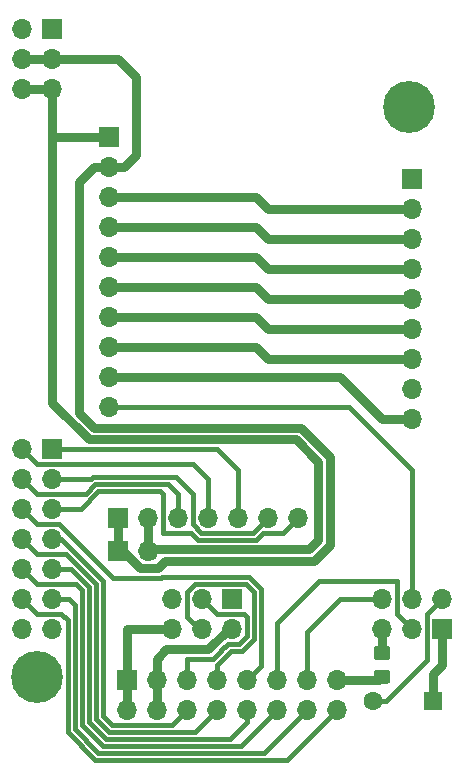
<source format=gbr>
%TF.GenerationSoftware,KiCad,Pcbnew,(5.1.7)-1*%
%TF.CreationDate,2023-01-25T18:34:39-07:00*%
%TF.ProjectId,AMPE32T30,414d5045-3332-4543-9330-2e6b69636164,rev?*%
%TF.SameCoordinates,PX76efc10PY4dffc60*%
%TF.FileFunction,Copper,L1,Top*%
%TF.FilePolarity,Positive*%
%FSLAX46Y46*%
G04 Gerber Fmt 4.6, Leading zero omitted, Abs format (unit mm)*
G04 Created by KiCad (PCBNEW (5.1.7)-1) date 2023-01-25 18:34:39*
%MOMM*%
%LPD*%
G01*
G04 APERTURE LIST*
%TA.AperFunction,ComponentPad*%
%ADD10C,4.400000*%
%TD*%
%TA.AperFunction,ComponentPad*%
%ADD11O,1.700000X1.700000*%
%TD*%
%TA.AperFunction,ComponentPad*%
%ADD12R,1.700000X1.700000*%
%TD*%
%TA.AperFunction,ComponentPad*%
%ADD13C,1.600000*%
%TD*%
%TA.AperFunction,ComponentPad*%
%ADD14R,1.600000X1.600000*%
%TD*%
%TA.AperFunction,Conductor*%
%ADD15C,0.800000*%
%TD*%
%TA.AperFunction,Conductor*%
%ADD16C,0.400000*%
%TD*%
G04 APERTURE END LIST*
D10*
%TO.P,e,1*%
%TO.N,N/C*%
X3048000Y6604000D03*
%TD*%
%TO.P,f,1*%
%TO.N,N/C*%
X34544000Y54864000D03*
%TD*%
D11*
%TO.P,J6,2*%
%TO.N,/VCC*%
X12446000Y17272000D03*
D12*
%TO.P,J6,1*%
%TO.N,/GND*%
X9906000Y17272000D03*
%TD*%
D13*
%TO.P,BZ1,2*%
%TO.N,Net-(BZ1-Pad2)*%
X31496000Y4572000D03*
D14*
%TO.P,BZ1,1*%
%TO.N,/BZ*%
X36576000Y4572000D03*
%TD*%
D11*
%TO.P,J5,16*%
%TO.N,Net-(J5-Pad16)*%
X28448000Y3810000D03*
%TO.P,J5,15*%
%TO.N,/BL*%
X28448000Y6350000D03*
%TO.P,J5,14*%
%TO.N,Net-(J5-Pad14)*%
X25908000Y3810000D03*
%TO.P,J5,13*%
%TO.N,/CS*%
X25908000Y6350000D03*
%TO.P,J5,12*%
%TO.N,Net-(J5-Pad12)*%
X23368000Y3810000D03*
%TO.P,J5,11*%
%TO.N,/RS*%
X23368000Y6350000D03*
%TO.P,J5,10*%
%TO.N,Net-(J5-Pad10)*%
X20828000Y3810000D03*
%TO.P,J5,9*%
%TO.N,/RES*%
X20828000Y6350000D03*
%TO.P,J5,8*%
%TO.N,Net-(J5-Pad8)*%
X18288000Y3810000D03*
%TO.P,J5,7*%
%TO.N,/SDA*%
X18288000Y6350000D03*
%TO.P,J5,6*%
%TO.N,/D24*%
X15748000Y3810000D03*
%TO.P,J5,5*%
%TO.N,/SCK*%
X15748000Y6350000D03*
%TO.P,J5,4*%
%TO.N,/VCC*%
X13208000Y3810000D03*
%TO.P,J5,3*%
X13208000Y6350000D03*
%TO.P,J5,2*%
%TO.N,/GND*%
X10668000Y3810000D03*
D12*
%TO.P,J5,1*%
X10668000Y6350000D03*
%TD*%
D11*
%TO.P,J7,14*%
%TO.N,Net-(J7-Pad14)*%
X1778000Y10668000D03*
%TO.P,J7,13*%
%TO.N,Net-(J7-Pad13)*%
X4318000Y10668000D03*
%TO.P,J7,12*%
%TO.N,Net-(J5-Pad16)*%
X1778000Y13208000D03*
%TO.P,J7,11*%
%TO.N,Net-(J5-Pad14)*%
X4318000Y13208000D03*
%TO.P,J7,10*%
%TO.N,Net-(J5-Pad12)*%
X1778000Y15748000D03*
%TO.P,J7,9*%
%TO.N,Net-(J5-Pad10)*%
X4318000Y15748000D03*
%TO.P,J7,8*%
%TO.N,Net-(J5-Pad8)*%
X1778000Y18288000D03*
%TO.P,J7,7*%
%TO.N,/D24*%
X4318000Y18288000D03*
%TO.P,J7,6*%
%TO.N,/RES*%
X1778000Y20828000D03*
%TO.P,J7,5*%
%TO.N,/M0*%
X4318000Y20828000D03*
%TO.P,J7,4*%
%TO.N,/AUX*%
X1778000Y23368000D03*
%TO.P,J7,3*%
%TO.N,/M1*%
X4318000Y23368000D03*
%TO.P,J7,2*%
%TO.N,/RXD*%
X1778000Y25908000D03*
D12*
%TO.P,J7,1*%
%TO.N,/TXD*%
X4318000Y25908000D03*
%TD*%
D11*
%TO.P,J8,9*%
%TO.N,/D33*%
X34798000Y28448000D03*
%TO.P,J8,8*%
%TO.N,Net-(J8-Pad8)*%
X34798000Y30988000D03*
%TO.P,J8,7*%
%TO.N,/A13*%
X34798000Y33528000D03*
%TO.P,J8,6*%
%TO.N,/A11*%
X34798000Y36068000D03*
%TO.P,J8,5*%
%TO.N,/A9*%
X34798000Y38608000D03*
%TO.P,J8,4*%
%TO.N,/A7*%
X34798000Y41148000D03*
%TO.P,J8,3*%
%TO.N,/A5*%
X34798000Y43688000D03*
%TO.P,J8,2*%
%TO.N,/A3*%
X34798000Y46228000D03*
D12*
%TO.P,J8,1*%
%TO.N,Net-(J8-Pad1)*%
X34798000Y48768000D03*
%TD*%
%TO.P,J11,1*%
%TO.N,/VCC*%
X9144000Y52324000D03*
D11*
%TO.P,J11,2*%
%TO.N,/GND*%
X9144000Y49784000D03*
%TO.P,J11,3*%
%TO.N,/A3*%
X9144000Y47244000D03*
%TO.P,J11,4*%
%TO.N,/A5*%
X9144000Y44704000D03*
%TO.P,J11,5*%
%TO.N,/A7*%
X9144000Y42164000D03*
%TO.P,J11,6*%
%TO.N,/A9*%
X9144000Y39624000D03*
%TO.P,J11,7*%
%TO.N,/A11*%
X9144000Y37084000D03*
%TO.P,J11,8*%
%TO.N,/A13*%
X9144000Y34544000D03*
%TO.P,J11,9*%
%TO.N,/D33*%
X9144000Y32004000D03*
%TO.P,J11,10*%
%TO.N,/D45*%
X9144000Y29464000D03*
%TD*%
%TO.P,J3,6*%
%TO.N,/CS*%
X32258000Y13208000D03*
%TO.P,J3,5*%
%TO.N,/BLR*%
X32258000Y10668000D03*
%TO.P,J3,4*%
%TO.N,/D45*%
X34798000Y13208000D03*
%TO.P,J3,3*%
%TO.N,/RS*%
X34798000Y10668000D03*
%TO.P,J3,2*%
%TO.N,Net-(BZ1-Pad2)*%
X37338000Y13208000D03*
D12*
%TO.P,J3,1*%
%TO.N,/BZ*%
X37338000Y10668000D03*
%TD*%
D11*
%TO.P,J2,6*%
%TO.N,/GND*%
X14478000Y10668000D03*
%TO.P,J2,5*%
%TO.N,Net-(J2-Pad5)*%
X14478000Y13208000D03*
%TO.P,J2,4*%
%TO.N,/SDA*%
X17018000Y10668000D03*
%TO.P,J2,3*%
%TO.N,/SCK*%
X17018000Y13208000D03*
%TO.P,J2,2*%
%TO.N,/VCC*%
X19558000Y10668000D03*
D12*
%TO.P,J2,1*%
%TO.N,Net-(J2-Pad1)*%
X19558000Y13208000D03*
%TD*%
%TO.P,R3,2*%
%TO.N,/BL*%
%TA.AperFunction,SMDPad,CuDef*%
G36*
G01*
X31807999Y7220000D02*
X32708001Y7220000D01*
G75*
G02*
X32958000Y6970001I0J-249999D01*
G01*
X32958000Y6269999D01*
G75*
G02*
X32708001Y6020000I-249999J0D01*
G01*
X31807999Y6020000D01*
G75*
G02*
X31558000Y6269999I0J249999D01*
G01*
X31558000Y6970001D01*
G75*
G02*
X31807999Y7220000I249999J0D01*
G01*
G37*
%TD.AperFunction*%
%TO.P,R3,1*%
%TO.N,/BLR*%
%TA.AperFunction,SMDPad,CuDef*%
G36*
G01*
X31807999Y9220000D02*
X32708001Y9220000D01*
G75*
G02*
X32958000Y8970001I0J-249999D01*
G01*
X32958000Y8269999D01*
G75*
G02*
X32708001Y8020000I-249999J0D01*
G01*
X31807999Y8020000D01*
G75*
G02*
X31558000Y8269999I0J249999D01*
G01*
X31558000Y8970001D01*
G75*
G02*
X31807999Y9220000I249999J0D01*
G01*
G37*
%TD.AperFunction*%
%TD*%
D11*
%TO.P,J4,7*%
%TO.N,/M0*%
X25146000Y20066000D03*
%TO.P,J4,6*%
%TO.N,/M1*%
X22606000Y20066000D03*
%TO.P,J4,5*%
%TO.N,/TXD*%
X20066000Y20066000D03*
%TO.P,J4,4*%
%TO.N,/RXD*%
X17526000Y20066000D03*
%TO.P,J4,3*%
%TO.N,/AUX*%
X14986000Y20066000D03*
%TO.P,J4,2*%
%TO.N,/VCC*%
X12446000Y20066000D03*
D12*
%TO.P,J4,1*%
%TO.N,/GND*%
X9906000Y20066000D03*
%TD*%
D11*
%TO.P,J1,6*%
%TO.N,/VCC*%
X1778000Y56388000D03*
%TO.P,J1,5*%
X4318000Y56388000D03*
%TO.P,J1,4*%
%TO.N,/GND*%
X1778000Y58928000D03*
%TO.P,J1,3*%
X4318000Y58928000D03*
%TO.P,J1,2*%
%TO.N,Net-(J1-Pad1)*%
X1778000Y61468000D03*
D12*
%TO.P,J1,1*%
X4318000Y61468000D03*
%TD*%
D15*
%TO.N,/GND*%
X1778000Y58928000D02*
X4318000Y58928000D01*
%TO.N,/VCC*%
X1778000Y56388000D02*
X4318000Y56388000D01*
D16*
%TO.N,/RES*%
X20138002Y6350000D02*
X20828000Y6350000D01*
X1778000Y20828000D02*
X3028001Y19577999D01*
X13649395Y15058011D02*
X13571917Y14980533D01*
X22008020Y14026522D02*
X20976534Y15058010D01*
X22008020Y7530020D02*
X22008020Y14026522D01*
X20976534Y15058010D02*
X13649395Y15058011D01*
X20828000Y6350000D02*
X22008020Y7530020D01*
%TO.N,/SDA*%
X18288000Y6350000D02*
X18669000Y6350000D01*
X17018000Y10795000D02*
X17018000Y10668000D01*
X18288000Y6350000D02*
X18542000Y6350000D01*
X18288000Y6771458D02*
X18288000Y6350000D01*
X18288000Y7620000D02*
X18288000Y6350000D01*
X21408011Y13777991D02*
X21408010Y9819466D01*
X20728001Y14458001D02*
X21408011Y13777991D01*
X16417999Y14458001D02*
X20728001Y14458001D01*
X19485989Y8817989D02*
X18288000Y7620000D01*
X15728001Y13768003D02*
X16417999Y14458001D01*
X21408010Y9819466D02*
X20406533Y8817989D01*
X15728001Y11703999D02*
X15728001Y13768003D01*
X16764000Y10668000D02*
X15728001Y11703999D01*
X20406533Y8817989D02*
X19485989Y8817989D01*
X17018000Y10668000D02*
X16764000Y10668000D01*
%TO.N,/SCK*%
X15748000Y8128000D02*
X15748000Y6350000D01*
X17947458Y8128000D02*
X15748000Y8128000D01*
X18639477Y8820019D02*
X17947458Y8128000D01*
X20808001Y10067999D02*
X20158001Y9417999D01*
X18639477Y8872093D02*
X18639477Y8820019D01*
X20808001Y11703998D02*
X20808001Y10067999D01*
X20554001Y11957999D02*
X20808001Y11703998D01*
X20158001Y9417999D02*
X19185383Y9417999D01*
X18268001Y11957999D02*
X20554001Y11957999D01*
X19185383Y9417999D02*
X18639477Y8872093D01*
X17018000Y13208000D02*
X18268001Y11957999D01*
%TO.N,/RS*%
X34798000Y10234500D02*
X34798000Y10668000D01*
X23368000Y11176000D02*
X23368000Y6350000D01*
X34798000Y10668000D02*
X33528000Y11938000D01*
X33528000Y11938000D02*
X33528000Y14732000D01*
X33528000Y14732000D02*
X26924000Y14732000D01*
X26924000Y14732000D02*
X23368000Y11176000D01*
%TO.N,/CS*%
X32258000Y13208000D02*
X28702000Y13208000D01*
X25908000Y10414000D02*
X25908000Y6350000D01*
X28702000Y13208000D02*
X25908000Y10414000D01*
%TO.N,/M0*%
X13497989Y22316011D02*
X13696001Y22117999D01*
X8244625Y22316011D02*
X13497989Y22316011D01*
X6756614Y20828000D02*
X8244625Y22316011D01*
X4318000Y20828000D02*
X6756614Y20828000D01*
X13696001Y22117999D02*
X13696001Y18815999D01*
X16077457Y18815999D02*
X16677467Y18215989D01*
X13696001Y18815999D02*
X16077457Y18815999D01*
X23895999Y18815999D02*
X25146000Y20066000D01*
X22204541Y18815999D02*
X23895999Y18815999D01*
X21604532Y18215990D02*
X22204541Y18815999D01*
X16677467Y18215989D02*
X21604532Y18215990D01*
%TO.N,/M1*%
X14837970Y23516030D02*
X7747560Y23516030D01*
X16236001Y22117999D02*
X14837970Y23516030D01*
X7599530Y23368000D02*
X4318000Y23368000D01*
X7747560Y23516030D02*
X7599530Y23368000D01*
X21355999Y18815999D02*
X22606000Y20066000D01*
X16925999Y18815999D02*
X21355999Y18815999D01*
X16236001Y19505997D02*
X16925999Y18815999D01*
X16236001Y22117999D02*
X16236001Y19505997D01*
%TO.N,/TXD*%
X4318000Y25908000D02*
X18288000Y25908000D01*
X20066000Y24130000D02*
X20066000Y20066000D01*
X18288000Y25908000D02*
X20066000Y24130000D01*
%TO.N,/RXD*%
X1778000Y25908000D02*
X3067999Y24618001D01*
X3067999Y24618001D02*
X16275999Y24618001D01*
X16275999Y24618001D02*
X17526000Y23368000D01*
X17526000Y23368000D02*
X17526000Y20066000D01*
%TO.N,/AUX*%
X3028001Y22117999D02*
X1778000Y23368000D01*
X7198071Y22117999D02*
X3028001Y22117999D01*
X7996092Y22916020D02*
X7198071Y22117999D01*
X14167980Y22916020D02*
X7996092Y22916020D01*
X14986000Y22098000D02*
X14167980Y22916020D01*
X14986000Y20066000D02*
X14986000Y22098000D01*
D15*
%TO.N,/BL*%
X31988000Y6350000D02*
X32258000Y6620000D01*
X28448000Y6350000D02*
X31988000Y6350000D01*
%TO.N,/VCC*%
X12358001Y19978001D02*
X12446000Y20066000D01*
X12446000Y20306002D02*
X12446000Y20066000D01*
X13208000Y6350000D02*
X13208000Y3810000D01*
X13208000Y8128000D02*
X13208000Y6350000D01*
X19558000Y10668000D02*
X19304000Y10668000D01*
X14008010Y8928010D02*
X13208000Y8128000D01*
X17564010Y8928010D02*
X14008010Y8928010D01*
X19304000Y10668000D02*
X17564010Y8928010D01*
X12446000Y17272000D02*
X12810021Y16907979D01*
X12446000Y20066000D02*
X12446000Y17272000D01*
X4572000Y52324000D02*
X4318000Y52578000D01*
X9144000Y52324000D02*
X4572000Y52324000D01*
X4318000Y56388000D02*
X4318000Y52578000D01*
X12589981Y17415981D02*
X12446000Y17272000D01*
X26051981Y17415981D02*
X12589981Y17415981D01*
X26846626Y24825148D02*
X26846626Y18210626D01*
X24963764Y26708010D02*
X26846626Y24825148D01*
X7437763Y26708010D02*
X24963764Y26708010D01*
X26846626Y18210626D02*
X26051981Y17415981D01*
X4318000Y29827773D02*
X7437763Y26708010D01*
X4318000Y52578000D02*
X4318000Y29827773D01*
%TO.N,/BZ*%
X37338000Y10668000D02*
X37338000Y7620000D01*
X37338000Y7620000D02*
X36576000Y6858000D01*
X36576000Y6858000D02*
X36576000Y4572000D01*
%TO.N,/A13*%
X34798000Y33528000D02*
X22606000Y33528000D01*
X22606000Y33528000D02*
X21590000Y34544000D01*
X21590000Y34544000D02*
X9144000Y34544000D01*
%TO.N,/A11*%
X34798000Y36068000D02*
X22606000Y36068000D01*
X22606000Y36068000D02*
X21590000Y37084000D01*
X21590000Y37084000D02*
X9144000Y37084000D01*
%TO.N,/A9*%
X34798000Y38608000D02*
X22606000Y38608000D01*
X22606000Y38608000D02*
X21590000Y39624000D01*
X21590000Y39624000D02*
X9144000Y39624000D01*
%TO.N,/A7*%
X34798000Y41148000D02*
X22606000Y41148000D01*
X22606000Y41148000D02*
X21590000Y42164000D01*
X21590000Y42164000D02*
X9144000Y42164000D01*
%TO.N,/A5*%
X34798000Y43688000D02*
X22606000Y43688000D01*
X22606000Y43688000D02*
X21590000Y44704000D01*
X21590000Y44704000D02*
X9144000Y44704000D01*
%TO.N,/A3*%
X34798000Y46228000D02*
X22606000Y46228000D01*
X22606000Y46228000D02*
X21590000Y47244000D01*
X21590000Y47244000D02*
X9144000Y47244000D01*
D16*
%TO.N,/D45*%
X34798000Y24130000D02*
X34798000Y23368000D01*
X29464000Y29464000D02*
X34798000Y24130000D01*
X9144000Y29464000D02*
X29464000Y29464000D01*
X34798000Y13208000D02*
X34798000Y23368000D01*
%TO.N,/BLR*%
X32696001Y10229999D02*
X32258000Y10668000D01*
D15*
X32258000Y10668000D02*
X32258000Y8620000D01*
%TO.N,/GND*%
X10668000Y6350000D02*
X10668000Y3810000D01*
X10668000Y3810000D02*
X10668000Y5460000D01*
X10668000Y6350000D02*
X10668000Y10668000D01*
X14478000Y10668000D02*
X10668000Y10668000D01*
X9906000Y20066000D02*
X9906000Y17018000D01*
X9144000Y49784000D02*
X10414000Y49784000D01*
X10414000Y49784000D02*
X11430000Y50800000D01*
X11430000Y50800000D02*
X11430000Y57404000D01*
X9906000Y58928000D02*
X4318000Y58928000D01*
X11430000Y57404000D02*
X9906000Y58928000D01*
X7851980Y27708020D02*
X6604000Y28956000D01*
X25377980Y27708020D02*
X7851980Y27708020D01*
X27846636Y25239364D02*
X25377980Y27708020D01*
X6604000Y28956000D02*
X6604000Y48514000D01*
X27846636Y17796409D02*
X27846636Y25239364D01*
X26466198Y16415971D02*
X27846636Y17796409D01*
X6604000Y48514000D02*
X7874000Y49784000D01*
X13875971Y16415971D02*
X26466198Y16415971D01*
X13281999Y15821999D02*
X13875971Y16415971D01*
X11749999Y15821999D02*
X13281999Y15821999D01*
X10299998Y17272000D02*
X11749999Y15821999D01*
X7874000Y49784000D02*
X9144000Y49784000D01*
X9906000Y17272000D02*
X10299998Y17272000D01*
D16*
%TO.N,/RES*%
X9475469Y14980533D02*
X10154533Y14980533D01*
X4878003Y19577999D02*
X9475469Y14980533D01*
X3028001Y19577999D02*
X4878003Y19577999D01*
X13571917Y14980533D02*
X10154533Y14980533D01*
D15*
%TO.N,/D33*%
X32258000Y28448000D02*
X34798000Y28448000D01*
X28702000Y32004000D02*
X32258000Y28448000D01*
X9144000Y32004000D02*
X28702000Y32004000D01*
D16*
%TO.N,Net-(J5-Pad16)*%
X24197949Y-440051D02*
X28448000Y3810000D01*
X7973509Y-440051D02*
X24197949Y-440051D01*
X5635955Y1897503D02*
X7973509Y-440051D01*
X5635955Y11382045D02*
X5635955Y1897503D01*
X5060001Y11957999D02*
X5635955Y11382045D01*
X3028001Y11957999D02*
X5060001Y11957999D01*
X1778000Y13208000D02*
X3028001Y11957999D01*
%TO.N,Net-(J5-Pad14)*%
X4318000Y13208000D02*
X5727963Y13208000D01*
X5727963Y13208000D02*
X6235964Y12699999D01*
X6235964Y12699999D02*
X6235964Y2146036D01*
X22257959Y159959D02*
X25908000Y3810000D01*
X8222041Y159959D02*
X22257959Y159959D01*
X6235964Y2146036D02*
X8222041Y159959D01*
%TO.N,Net-(J5-Pad12)*%
X3067999Y14458001D02*
X6364375Y14458001D01*
X1778000Y15748000D02*
X3067999Y14458001D01*
X6835972Y13986404D02*
X6835973Y2556401D01*
X6364375Y14458001D02*
X6835972Y13986404D01*
X20317969Y759969D02*
X23368000Y3810000D01*
X8632405Y759969D02*
X20317969Y759969D01*
X6835973Y2556401D02*
X8632405Y759969D01*
%TO.N,Net-(J5-Pad10)*%
X19393979Y1359979D02*
X20828000Y2794000D01*
X8880937Y1359979D02*
X19393979Y1359979D01*
X20828000Y2794000D02*
X20828000Y3810000D01*
X7435982Y2804934D02*
X8880937Y1359979D01*
X7435982Y14234936D02*
X7435982Y2804934D01*
X5922918Y15748000D02*
X7435982Y14234936D01*
X4318000Y15748000D02*
X5922918Y15748000D01*
%TO.N,Net-(J5-Pad8)*%
X16437989Y1959989D02*
X18288000Y3810000D01*
X9129469Y1959989D02*
X16437989Y1959989D01*
X8035991Y3053467D02*
X9129469Y1959989D01*
X8035990Y14483468D02*
X8035991Y3053467D01*
X5521457Y16998001D02*
X8035990Y14483468D01*
X3067999Y16998001D02*
X5521457Y16998001D01*
X1778000Y18288000D02*
X3067999Y16998001D01*
%TO.N,/D24*%
X8636000Y3302000D02*
X9378001Y2559999D01*
X8636000Y14732000D02*
X8636000Y3302000D01*
X9378001Y2559999D02*
X14497999Y2559999D01*
X5080000Y18288000D02*
X8636000Y14732000D01*
X14497999Y2559999D02*
X15748000Y3810000D01*
X4318000Y18288000D02*
X5080000Y18288000D01*
%TO.N,Net-(BZ1-Pad2)*%
X32627370Y4572000D02*
X31496000Y4572000D01*
X36048001Y7992631D02*
X32627370Y4572000D01*
X36048001Y11918001D02*
X36048001Y7992631D01*
X37338000Y13208000D02*
X36048001Y11918001D01*
%TD*%
M02*

</source>
